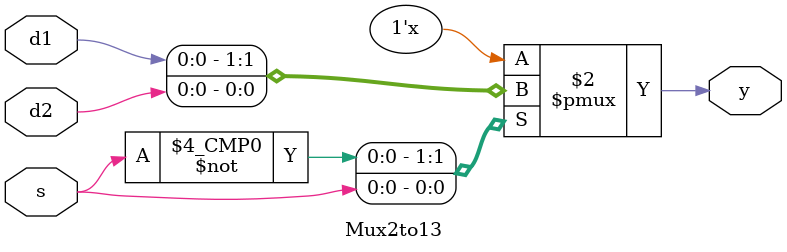
<source format=v>
`timescale 1ns / 1ps


//  Êý¾ÝÁ÷ÃèÊö
module Mux2to11(
    input d1,d2,s,
    output y
    );
    
    assign y = s ? d2:d1;  //¸ù¾ÝsÊÇ·ñÎª0È·¶¨Êä³ö
endmodule
//  ½á¹¹ÃèÊö
module Mux2to12(
    input d1,d2,s,
    output y
    );
    
    wire s_n, o1, o2;			//¶¨ÒåwireÀàÐÍ±äÁ¿
    not not1(s_n, s);			//sÁ¬½Ó·ÇÃÅÊä³ös_n
    and and1(o1, s, d2);		//s,d2Á¬½ÓÓëÃÅÊä³öo1
    and and2(o2, s_n, d1);	//s_n,d1Á¬½ÓÓëÃÅÊä³öo2
    or or1(y, o1, o2);			//o1,o2Á¬½Ó»òÃÅÊä³öy
    
endmodule

// ÐÐÎªÃèÊö
module Mux2to13(
    input d1,d2,s,
    output reg y
    );
    
    always @(d1 or d2 or s)begin
        case(s)
            1'b0: y <= d1;			//sÎª0Ê±Ñ¡Ôñd1
            1'b1: y <= d2;			//sÎª1Ê±Ñ¡Ôñd2
            default: y <= 0;		//Ä¬ÈÏÊä³ö0
        endcase
    end 
    	
endmodule


</source>
